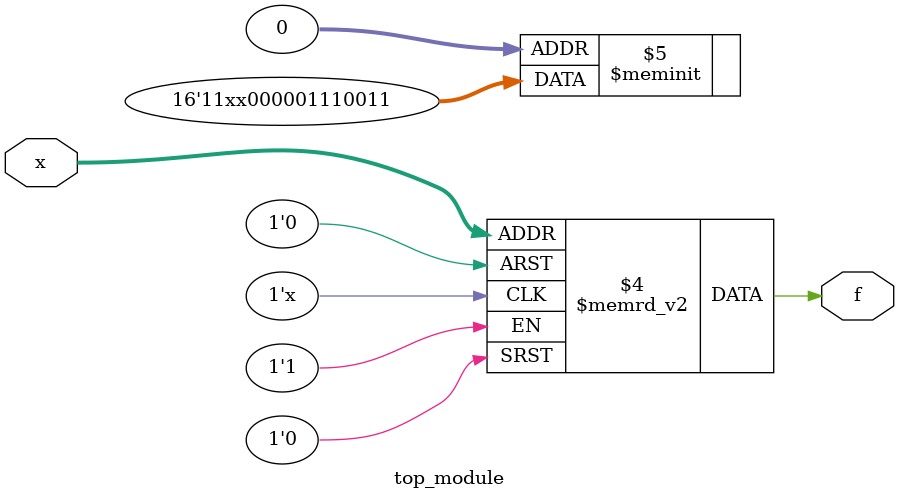
<source format=sv>
module top_module (
	input [4:1] x,
	output logic f
);

	always_comb begin
		case (x)
			4'b0000, 4'b0001, 4'b0100, 4'b0101, 4'b0110, 4'b1110, 4'b1111: f = 1;
			4'b0010, 4'b0011, 4'b0111, 4'b1000, 4'b1001, 4'b1010, 4'b1011: f = 0;
		endcase
	end

endmodule

</source>
